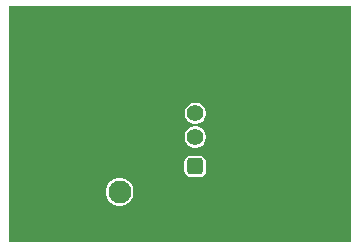
<source format=gbr>
%TF.GenerationSoftware,Altium Limited,Altium Designer,24.2.2 (26)*%
G04 Layer_Physical_Order=2*
G04 Layer_Color=16711680*
%FSLAX45Y45*%
%MOMM*%
%TF.SameCoordinates,ED05C265-6832-4B09-BD0A-DE9E8D978F3E*%
%TF.FilePolarity,Positive*%
%TF.FileFunction,Copper,L2,Bot,Signal*%
%TF.Part,Single*%
G01*
G75*
%TA.AperFunction,ComponentPad*%
%ADD14C,1.42000*%
G04:AMPARAMS|DCode=15|XSize=1.42mm|YSize=1.42mm|CornerRadius=0.355mm|HoleSize=0mm|Usage=FLASHONLY|Rotation=90.000|XOffset=0mm|YOffset=0mm|HoleType=Round|Shape=RoundedRectangle|*
%AMROUNDEDRECTD15*
21,1,1.42000,0.71000,0,0,90.0*
21,1,0.71000,1.42000,0,0,90.0*
1,1,0.71000,0.35500,0.35500*
1,1,0.71000,0.35500,-0.35500*
1,1,0.71000,-0.35500,-0.35500*
1,1,0.71000,-0.35500,0.35500*
%
%ADD15ROUNDEDRECTD15*%
%ADD16C,3.45000*%
%ADD17C,1.45000*%
G04:AMPARAMS|DCode=18|XSize=1.95mm|YSize=1.95mm|CornerRadius=0.4875mm|HoleSize=0mm|Usage=FLASHONLY|Rotation=0.000|XOffset=0mm|YOffset=0mm|HoleType=Round|Shape=RoundedRectangle|*
%AMROUNDEDRECTD18*
21,1,1.95000,0.97500,0,0,0.0*
21,1,0.97500,1.95000,0,0,0.0*
1,1,0.97500,0.48750,-0.48750*
1,1,0.97500,-0.48750,-0.48750*
1,1,0.97500,-0.48750,0.48750*
1,1,0.97500,0.48750,0.48750*
%
%ADD18ROUNDEDRECTD18*%
%ADD19C,1.95000*%
G36*
X6810000Y2260000D02*
X3910000D01*
Y4260000D01*
X6810000D01*
Y2260000D01*
D02*
G37*
%LPC*%
G36*
X5502981Y3441000D02*
X5479020D01*
X5455876Y3434798D01*
X5435125Y3422818D01*
X5418182Y3405875D01*
X5406202Y3385125D01*
X5400000Y3361981D01*
Y3338020D01*
X5406202Y3314876D01*
X5418182Y3294125D01*
X5435125Y3277182D01*
X5455876Y3265202D01*
X5479020Y3259000D01*
X5502981D01*
X5526125Y3265202D01*
X5546875Y3277182D01*
X5563818Y3294125D01*
X5575798Y3314876D01*
X5582000Y3338020D01*
Y3361981D01*
X5575798Y3385125D01*
X5563818Y3405875D01*
X5546875Y3422818D01*
X5526125Y3434798D01*
X5502981Y3441000D01*
D02*
G37*
G36*
Y3241000D02*
X5479020D01*
X5455876Y3234798D01*
X5435125Y3222818D01*
X5418182Y3205875D01*
X5406202Y3185125D01*
X5400000Y3161980D01*
Y3138020D01*
X5406202Y3114875D01*
X5418182Y3094125D01*
X5435125Y3077182D01*
X5455876Y3065202D01*
X5479020Y3059000D01*
X5502981D01*
X5526125Y3065202D01*
X5546875Y3077182D01*
X5563818Y3094125D01*
X5575798Y3114875D01*
X5582000Y3138020D01*
Y3161980D01*
X5575798Y3185125D01*
X5563818Y3205875D01*
X5546875Y3222818D01*
X5526125Y3234798D01*
X5502981Y3241000D01*
D02*
G37*
G36*
X5526500Y2992087D02*
X5455500D01*
X5433845Y2987780D01*
X5415487Y2975513D01*
X5403220Y2957155D01*
X5398913Y2935500D01*
Y2864500D01*
X5403220Y2842845D01*
X5415487Y2824487D01*
X5433845Y2812220D01*
X5455500Y2807913D01*
X5526500D01*
X5548155Y2812220D01*
X5566513Y2824487D01*
X5578780Y2842845D01*
X5583087Y2864500D01*
Y2935500D01*
X5578780Y2957155D01*
X5566513Y2975513D01*
X5548155Y2987780D01*
X5526500Y2992087D01*
D02*
G37*
G36*
X4865469Y2802498D02*
X4834530D01*
X4804646Y2794490D01*
X4777853Y2779021D01*
X4755976Y2757144D01*
X4740507Y2730351D01*
X4732500Y2700467D01*
Y2669529D01*
X4740507Y2639644D01*
X4755976Y2612851D01*
X4777853Y2590974D01*
X4804646Y2575505D01*
X4834530Y2567498D01*
X4865469D01*
X4895353Y2575505D01*
X4922146Y2590974D01*
X4944023Y2612851D01*
X4959492Y2639644D01*
X4967499Y2669529D01*
Y2700467D01*
X4959492Y2730351D01*
X4944023Y2757144D01*
X4922146Y2779021D01*
X4895353Y2794490D01*
X4865469Y2802498D01*
D02*
G37*
%LPD*%
D14*
X5491000Y3350000D02*
D03*
Y3150000D02*
D03*
Y3600000D02*
D03*
D15*
Y2900000D02*
D03*
D16*
X5762000Y2593000D02*
D03*
Y3907000D02*
D03*
D17*
X4370000Y3855000D02*
D03*
X4870000D02*
D03*
D18*
X4350000Y2684998D02*
D03*
D19*
X4849999D02*
D03*
%TF.MD5,c52c3f70d74fafda65b90f8b54723d72*%
M02*

</source>
